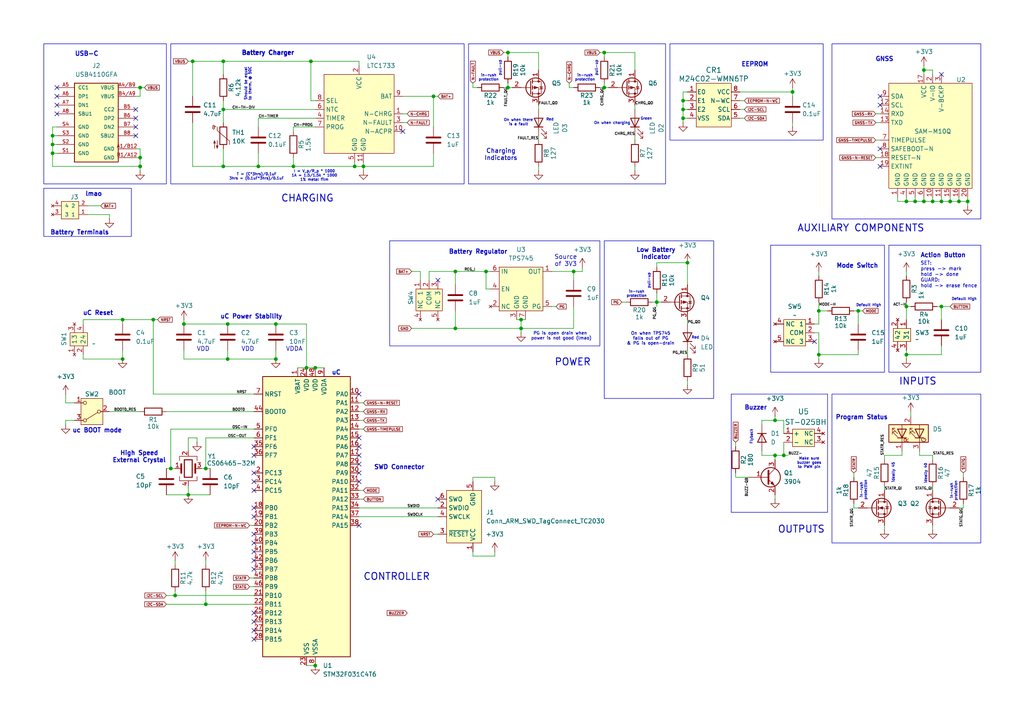
<source format=kicad_sch>
(kicad_sch (version 20231120) (generator "eeschema") (generator_version "8.0")
  (paper "A4")
  (junction (at 273.05 58.42))
  (junction (at 227.33 132.08))
  (junction (at 125.73 27.94))
  (junction (at 237.49 102.87))
  (junction (at 198.12 29.21))
  (junction (at 229.87 26.67))
  (junction (at 102.87 48.26))
  (junction (at 80.01 93.98))
  (junction (at 53.34 93.98))
  (junction (at 40.64 45.72))
  (junction (at 50.8 172.72))
  (junction (at 91.44 193.04))
  (junction (at 147.32 25.4))
  (junction (at 64.77 31.75))
  (junction (at 59.69 135.89))
  (junction (at 262.89 88.9))
  (junction (at 147.32 15.24))
  (junction (at 151.13 95.25))
  (junction (at 248.92 90.17))
  (junction (at 15.24 39.37))
  (junction (at 64.77 48.26))
  (junction (at 262.89 102.87))
  (junction (at 132.08 95.25))
  (junction (at 15.24 44.45))
  (junction (at 265.43 58.42))
  (junction (at 64.77 17.78))
  (junction (at 224.79 121.92))
  (junction (at 278.13 58.42))
  (junction (at 199.39 76.2))
  (junction (at 15.24 41.91))
  (junction (at 237.49 90.17))
  (junction (at 80.01 104.14))
  (junction (at 49.53 135.89))
  (junction (at 35.56 92.71))
  (junction (at 198.12 34.29))
  (junction (at 35.56 104.14))
  (junction (at 262.89 58.42))
  (junction (at 280.67 58.42))
  (junction (at 105.41 48.26))
  (junction (at 140.97 78.74))
  (junction (at 267.97 20.32))
  (junction (at 166.37 78.74))
  (junction (at 85.09 48.26))
  (junction (at 66.04 104.14))
  (junction (at 175.26 25.4))
  (junction (at 40.64 25.4))
  (junction (at 190.5 87.63))
  (junction (at 198.12 31.75))
  (junction (at 44.45 92.71))
  (junction (at 267.97 58.42))
  (junction (at 270.51 58.42))
  (junction (at 74.93 48.26))
  (junction (at 275.59 58.42))
  (junction (at 66.04 93.98))
  (junction (at 151.13 92.71))
  (junction (at 91.44 106.68))
  (junction (at 224.79 132.08))
  (junction (at 54.61 143.51))
  (junction (at 132.08 78.74))
  (junction (at 88.9 106.68))
  (junction (at 55.88 17.78))
  (junction (at 40.64 48.26))
  (junction (at 59.69 175.26))
  (junction (at 273.05 88.9))
  (junction (at 175.26 15.24))
  (junction (at 90.17 17.78))
  (no_connect (at 39.37 31.75))
  (no_connect (at 16.51 33.02))
  (no_connect (at 39.37 36.83))
  (no_connect (at 255.27 48.26))
  (no_connect (at 73.66 160.02))
  (no_connect (at 255.27 43.18))
  (no_connect (at 116.84 38.1))
  (no_connect (at 73.66 137.16))
  (no_connect (at 39.37 39.37))
  (no_connect (at 73.66 165.1))
  (no_connect (at 127 81.28))
  (no_connect (at 73.66 132.08))
  (no_connect (at 16.51 30.48))
  (no_connect (at 16.51 25.4))
  (no_connect (at 104.14 114.3))
  (no_connect (at 73.66 162.56))
  (no_connect (at 73.66 180.34))
  (no_connect (at 104.14 132.08))
  (no_connect (at 73.66 129.54))
  (no_connect (at 73.66 154.94))
  (no_connect (at 255.27 27.94))
  (no_connect (at 127 144.78))
  (no_connect (at 73.66 149.86))
  (no_connect (at 73.66 139.7))
  (no_connect (at 104.14 129.54))
  (no_connect (at 73.66 185.42))
  (no_connect (at 273.05 21.59))
  (no_connect (at 104.14 134.62))
  (no_connect (at 16.51 27.94))
  (no_connect (at 39.37 34.29))
  (no_connect (at 73.66 142.24))
  (no_connect (at 73.66 147.32))
  (no_connect (at 104.14 152.4))
  (no_connect (at 73.66 177.8))
  (no_connect (at 73.66 182.88))
  (no_connect (at 255.27 30.48))
  (no_connect (at 104.14 139.7))
  (no_connect (at 104.14 127))
  (no_connect (at 73.66 157.48))
  (no_connect (at 104.14 137.16))
  (no_connect (at 236.22 99.06))
  (wire (pts (xy 248.92 102.87) (xy 248.92 101.6)))
  (wire (pts (xy 59.69 127) (xy 59.69 135.89)))
  (wire (pts (xy 104.14 119.38) (xy 105.41 119.38)))
  (wire (pts (xy 166.37 78.74) (xy 166.37 81.28)))
  (wire (pts (xy 53.34 93.98) (xy 66.04 93.98)))
  (wire (pts (xy 146.05 25.4) (xy 147.32 25.4)))
  (wire (pts (xy 270.51 58.42) (xy 267.97 58.42)))
  (wire (pts (xy 267.97 20.32) (xy 267.97 21.59)))
  (wire (pts (xy 184.15 49.53) (xy 184.15 48.26)))
  (wire (pts (xy 104.14 147.32) (xy 127 147.32)))
  (wire (pts (xy 220.98 132.08) (xy 220.98 130.81)))
  (wire (pts (xy 55.88 17.78) (xy 64.77 17.78)))
  (wire (pts (xy 85.09 48.26) (xy 102.87 48.26)))
  (wire (pts (xy 19.05 116.84) (xy 19.05 114.3)))
  (wire (pts (xy 72.39 167.64) (xy 73.66 167.64)))
  (wire (pts (xy 175.26 15.24) (xy 175.26 16.51)))
  (wire (pts (xy 165.1 25.4) (xy 166.37 25.4)))
  (wire (pts (xy 119.38 78.74) (xy 121.92 78.74)))
  (wire (pts (xy 280.67 58.42) (xy 280.67 59.69)))
  (wire (pts (xy 264.16 119.38) (xy 264.16 120.65)))
  (wire (pts (xy 15.24 41.91) (xy 16.51 41.91)))
  (wire (pts (xy 166.37 88.9) (xy 166.37 95.25)))
  (wire (pts (xy 254 33.02) (xy 255.27 33.02)))
  (wire (pts (xy 248.92 102.87) (xy 237.49 102.87)))
  (wire (pts (xy 199.39 26.67) (xy 198.12 26.67)))
  (wire (pts (xy 247.65 146.05) (xy 247.65 147.32)))
  (wire (pts (xy 199.39 101.6) (xy 199.39 102.87)))
  (wire (pts (xy 224.79 143.51) (xy 224.79 144.78)))
  (wire (pts (xy 55.88 17.78) (xy 55.88 27.94)))
  (wire (pts (xy 137.16 139.7) (xy 137.16 138.43)))
  (wire (pts (xy 24.13 102.87) (xy 24.13 104.14)))
  (wire (pts (xy 102.87 46.99) (xy 102.87 48.26)))
  (wire (pts (xy 190.5 87.63) (xy 189.23 87.63)))
  (wire (pts (xy 248.92 90.17) (xy 248.92 93.98)))
  (wire (pts (xy 151.13 95.25) (xy 166.37 95.25)))
  (wire (pts (xy 35.56 92.71) (xy 35.56 93.98)))
  (wire (pts (xy 199.39 110.49) (xy 199.39 111.76)))
  (wire (pts (xy 199.39 76.2) (xy 199.39 82.55)))
  (wire (pts (xy 90.17 29.21) (xy 91.44 29.21)))
  (wire (pts (xy 55.88 48.26) (xy 64.77 48.26)))
  (wire (pts (xy 54.61 127) (xy 54.61 130.81)))
  (wire (pts (xy 260.35 57.15) (xy 260.35 58.42)))
  (wire (pts (xy 74.93 34.29) (xy 91.44 34.29)))
  (wire (pts (xy 156.21 15.24) (xy 147.32 15.24)))
  (wire (pts (xy 39.37 43.18) (xy 40.64 43.18)))
  (wire (pts (xy 49.53 124.46) (xy 73.66 124.46)))
  (wire (pts (xy 15.24 41.91) (xy 15.24 44.45)))
  (wire (pts (xy 273.05 102.87) (xy 262.89 102.87)))
  (wire (pts (xy 24.13 104.14) (xy 35.56 104.14)))
  (wire (pts (xy 39.37 25.4) (xy 40.64 25.4)))
  (wire (pts (xy 74.93 48.26) (xy 85.09 48.26)))
  (wire (pts (xy 74.93 34.29) (xy 74.93 36.83)))
  (wire (pts (xy 156.21 20.32) (xy 156.21 15.24)))
  (wire (pts (xy 156.21 48.26) (xy 156.21 49.53)))
  (wire (pts (xy 190.5 87.63) (xy 191.77 87.63)))
  (wire (pts (xy 57.15 127) (xy 54.61 127)))
  (wire (pts (xy 66.04 93.98) (xy 80.01 93.98)))
  (wire (pts (xy 53.34 101.6) (xy 53.34 104.14)))
  (wire (pts (xy 24.13 92.71) (xy 35.56 92.71)))
  (wire (pts (xy 175.26 15.24) (xy 173.99 15.24)))
  (wire (pts (xy 116.84 27.94) (xy 125.73 27.94)))
  (wire (pts (xy 35.56 101.6) (xy 35.56 104.14)))
  (wire (pts (xy 256.54 142.24) (xy 256.54 140.97)))
  (wire (pts (xy 273.05 88.9) (xy 275.59 88.9)))
  (wire (pts (xy 184.15 15.24) (xy 175.26 15.24)))
  (wire (pts (xy 59.69 135.89) (xy 60.96 135.89)))
  (wire (pts (xy 104.14 149.86) (xy 127 149.86)))
  (wire (pts (xy 39.37 45.72) (xy 40.64 45.72)))
  (wire (pts (xy 16.51 36.83) (xy 15.24 36.83)))
  (wire (pts (xy 91.44 36.83) (xy 85.09 36.83)))
  (wire (pts (xy 104.14 124.46) (xy 105.41 124.46)))
  (wire (pts (xy 15.24 39.37) (xy 16.51 39.37)))
  (wire (pts (xy 267.97 20.32) (xy 270.51 20.32)))
  (wire (pts (xy 105.41 48.26) (xy 102.87 48.26)))
  (wire (pts (xy 137.16 24.13) (xy 137.16 25.4)))
  (wire (pts (xy 278.13 58.42) (xy 275.59 58.42)))
  (wire (pts (xy 15.24 39.37) (xy 15.24 41.91)))
  (wire (pts (xy 270.51 132.08) (xy 266.7 132.08)))
  (wire (pts (xy 140.97 78.74) (xy 140.97 83.82)))
  (wire (pts (xy 40.64 48.26) (xy 40.64 49.53)))
  (wire (pts (xy 156.21 30.48) (xy 156.21 31.75)))
  (wire (pts (xy 48.26 143.51) (xy 54.61 143.51)))
  (wire (pts (xy 119.38 95.25) (xy 132.08 95.25)))
  (wire (pts (xy 149.86 92.71) (xy 151.13 92.71)))
  (wire (pts (xy 31.75 62.23) (xy 31.75 63.5)))
  (wire (pts (xy 57.15 128.27) (xy 57.15 127)))
  (wire (pts (xy 143.51 161.29) (xy 137.16 161.29)))
  (wire (pts (xy 256.54 132.08) (xy 261.62 132.08)))
  (wire (pts (xy 59.69 127) (xy 73.66 127)))
  (wire (pts (xy 91.44 106.68) (xy 93.98 106.68)))
  (wire (pts (xy 15.24 44.45) (xy 16.51 44.45)))
  (wire (pts (xy 280.67 58.42) (xy 278.13 58.42)))
  (wire (pts (xy 48.26 135.89) (xy 49.53 135.89)))
  (wire (pts (xy 213.36 128.27) (xy 213.36 129.54)))
  (wire (pts (xy 273.05 57.15) (xy 273.05 58.42)))
  (wire (pts (xy 85.09 36.83) (xy 85.09 38.1)))
  (wire (pts (xy 220.98 132.08) (xy 224.79 132.08)))
  (wire (pts (xy 72.39 152.4) (xy 73.66 152.4)))
  (wire (pts (xy 279.4 147.32) (xy 278.13 147.32)))
  (wire (pts (xy 271.78 88.9) (xy 273.05 88.9)))
  (wire (pts (xy 199.39 29.21) (xy 198.12 29.21)))
  (wire (pts (xy 25.4 59.69) (xy 29.21 59.69)))
  (wire (pts (xy 190.5 77.47) (xy 190.5 76.2)))
  (wire (pts (xy 66.04 104.14) (xy 80.01 104.14)))
  (wire (pts (xy 104.14 116.84) (xy 105.41 116.84)))
  (wire (pts (xy 237.49 90.17) (xy 237.49 93.98)))
  (wire (pts (xy 40.64 43.18) (xy 40.64 45.72)))
  (wire (pts (xy 227.33 128.27) (xy 227.33 132.08)))
  (wire (pts (xy 64.77 29.21) (xy 64.77 31.75)))
  (wire (pts (xy 220.98 121.92) (xy 224.79 121.92)))
  (wire (pts (xy 137.16 138.43) (xy 143.51 138.43)))
  (wire (pts (xy 184.15 40.64) (xy 184.15 39.37)))
  (wire (pts (xy 266.7 132.08) (xy 266.7 130.81)))
  (wire (pts (xy 198.12 31.75) (xy 198.12 34.29)))
  (wire (pts (xy 54.61 143.51) (xy 60.96 143.51)))
  (wire (pts (xy 262.89 88.9) (xy 262.89 92.71)))
  (wire (pts (xy 125.73 44.45) (xy 125.73 48.26)))
  (wire (pts (xy 270.51 57.15) (xy 270.51 58.42)))
  (wire (pts (xy 72.39 170.18) (xy 73.66 170.18)))
  (wire (pts (xy 50.8 162.56) (xy 50.8 163.83)))
  (wire (pts (xy 143.51 160.02) (xy 143.51 161.29)))
  (wire (pts (xy 160.02 78.74) (xy 166.37 78.74)))
  (wire (pts (xy 53.34 92.71) (xy 53.34 93.98)))
  (wire (pts (xy 213.36 138.43) (xy 213.36 137.16)))
  (wire (pts (xy 254 35.56) (xy 255.27 35.56)))
  (wire (pts (xy 267.97 20.32) (xy 267.97 19.05)))
  (wire (pts (xy 270.51 133.35) (xy 270.51 132.08)))
  (wire (pts (xy 280.67 57.15) (xy 280.67 58.42)))
  (wire (pts (xy 190.5 76.2) (xy 199.39 76.2)))
  (wire (pts (xy 151.13 92.71) (xy 152.4 92.71)))
  (wire (pts (xy 265.43 58.42) (xy 262.89 58.42)))
  (wire (pts (xy 86.36 106.68) (xy 88.9 106.68)))
  (wire (pts (xy 214.63 26.67) (xy 229.87 26.67)))
  (wire (pts (xy 59.69 175.26) (xy 73.66 175.26)))
  (wire (pts (xy 227.33 121.92) (xy 227.33 125.73)))
  (wire (pts (xy 256.54 133.35) (xy 256.54 132.08)))
  (wire (pts (xy 198.12 35.56) (xy 198.12 34.29)))
  (wire (pts (xy 91.44 31.75) (xy 64.77 31.75)))
  (wire (pts (xy 121.92 78.74) (xy 121.92 81.28)))
  (wire (pts (xy 224.79 132.08) (xy 224.79 133.35)))
  (wire (pts (xy 227.33 132.08) (xy 228.6 132.08)))
  (wire (pts (xy 39.37 27.94) (xy 40.64 27.94)))
  (wire (pts (xy 88.9 93.98) (xy 88.9 106.68)))
  (wire (pts (xy 40.64 48.26) (xy 40.64 45.72)))
  (wire (pts (xy 24.13 92.71) (xy 24.13 93.98)))
  (wire (pts (xy 124.46 78.74) (xy 132.08 78.74)))
  (wire (pts (xy 214.63 34.29) (xy 215.9 34.29)))
  (wire (pts (xy 237.49 102.87) (xy 237.49 104.14)))
  (wire (pts (xy 175.26 25.4) (xy 175.26 24.13)))
  (wire (pts (xy 168.91 78.74) (xy 166.37 78.74)))
  (wire (pts (xy 125.73 27.94) (xy 125.73 36.83)))
  (wire (pts (xy 45.72 92.71) (xy 44.45 92.71)))
  (wire (pts (xy 137.16 161.29) (xy 137.16 160.02)))
  (wire (pts (xy 213.36 138.43) (xy 217.17 138.43)))
  (wire (pts (xy 48.26 119.38) (xy 73.66 119.38)))
  (wire (pts (xy 88.9 106.68) (xy 91.44 106.68)))
  (wire (pts (xy 50.8 171.45) (xy 50.8 172.72)))
  (wire (pts (xy 237.49 93.98) (xy 236.22 93.98)))
  (wire (pts (xy 275.59 58.42) (xy 273.05 58.42)))
  (wire (pts (xy 190.5 85.09) (xy 190.5 87.63)))
  (wire (pts (xy 49.53 135.89) (xy 50.8 135.89)))
  (wire (pts (xy 262.89 102.87) (xy 262.89 104.14)))
  (wire (pts (xy 48.26 175.26) (xy 59.69 175.26)))
  (wire (pts (xy 40.64 25.4) (xy 40.64 27.94)))
  (wire (pts (xy 273.05 88.9) (xy 273.05 92.71)))
  (wire (pts (xy 262.89 78.74) (xy 262.89 80.01)))
  (wire (pts (xy 35.56 92.71) (xy 44.45 92.71)))
  (wire (pts (xy 198.12 29.21) (xy 198.12 31.75)))
  (wire (pts (xy 50.8 172.72) (xy 73.66 172.72)))
  (wire (pts (xy 15.24 48.26) (xy 40.64 48.26)))
  (wire (pts (xy 229.87 25.4) (xy 229.87 26.67)))
  (wire (pts (xy 140.97 78.74) (xy 142.24 78.74)))
  (wire (pts (xy 64.77 17.78) (xy 90.17 17.78)))
  (wire (pts (xy 64.77 48.26) (xy 74.93 48.26)))
  (wire (pts (xy 143.51 138.43) (xy 143.51 139.7)))
  (wire (pts (xy 247.65 147.32) (xy 248.92 147.32)))
  (wire (pts (xy 132.08 78.74) (xy 132.08 82.55)))
  (wire (pts (xy 270.51 152.4) (xy 270.51 153.67)))
  (wire (pts (xy 53.34 104.14) (xy 66.04 104.14)))
  (wire (pts (xy 54.61 17.78) (xy 55.88 17.78)))
  (wire (pts (xy 74.93 44.45) (xy 74.93 48.26)))
  (wire (pts (xy 265.43 57.15) (xy 265.43 58.42)))
  (wire (pts (xy 198.12 34.29) (xy 199.39 34.29)))
  (wire (pts (xy 180.34 87.63) (xy 181.61 87.63)))
  (wire (pts (xy 140.97 83.82) (xy 142.24 83.82)))
  (wire (pts (xy 31.75 119.38) (xy 40.64 119.38)))
  (wire (pts (xy 224.79 120.65) (xy 224.79 121.92)))
  (wire (pts (xy 25.4 62.23) (xy 31.75 62.23)))
  (wire (pts (xy 15.24 36.83) (xy 15.24 39.37)))
  (wire (pts (xy 59.69 171.45) (xy 59.69 175.26)))
  (wire (pts (xy 44.45 114.3) (xy 73.66 114.3)))
  (wire (pts (xy 270.51 140.97) (xy 270.51 142.24)))
  (wire (pts (xy 125.73 154.94) (xy 127 154.94)))
  (wire (pts (xy 132.08 95.25) (xy 151.13 95.25)))
  (wire (pts (xy 236.22 96.52) (xy 237.49 96.52)))
  (wire (pts (xy 199.39 31.75) (xy 198.12 31.75)))
  (wire (pts (xy 160.02 88.9) (xy 161.29 88.9)))
  (wire (pts (xy 237.49 87.63) (xy 237.49 90.17)))
  (wire (pts (xy 260.35 58.42) (xy 262.89 58.42)))
  (wire (pts (xy 116.84 33.02) (xy 118.11 33.02)))
  (wire (pts (xy 190.5 88.9) (xy 190.5 87.63)))
  (wire (pts (xy 237.49 96.52) (xy 237.49 102.87)))
  (wire (pts (xy 184.15 20.32) (xy 184.15 15.24)))
  (wire (pts (xy 256.54 152.4) (xy 256.54 153.67)))
  (wire (pts (xy 254 45.72) (xy 255.27 45.72)))
  (wire (pts (xy 104.14 121.92) (xy 105.41 121.92)))
  (wire (pts (xy 85.09 45.72) (xy 85.09 48.26)))
  (wire (pts (xy 132.08 78.74) (xy 140.97 78.74)))
  (wire (pts (xy 124.46 81.28) (xy 124.46 78.74)))
  (wire (pts (xy 247.65 137.16) (xy 247.65 138.43)))
  (wire (pts (xy 15.24 44.45) (xy 15.24 48.26)))
  (wire (pts (xy 151.13 95.25) (xy 151.13 96.52)))
  (wire (pts (xy 80.01 93.98) (xy 88.9 93.98)))
  (wire (pts (xy 49.53 124.46) (xy 49.53 135.89)))
  (wire (pts (xy 55.88 35.56) (xy 55.88 48.26)))
  (wire (pts (xy 273.05 100.33) (xy 273.05 102.87)))
  (wire (pts (xy 64.77 43.18) (xy 64.77 48.26)))
  (wire (pts (xy 132.08 90.17) (xy 132.08 95.25)))
  (wire (pts (xy 267.97 57.15) (xy 267.97 58.42)))
  (wire (pts (xy 21.59 116.84) (xy 19.05 116.84)))
  (wire (pts (xy 48.26 172.72) (xy 50.8 172.72)))
  (wire (pts (xy 58.42 135.89) (xy 59.69 135.89)))
  (wire (pts (xy 229.87 35.56) (xy 229.87 36.83)))
  (wire (pts (xy 262.89 101.6) (xy 262.89 102.87)))
  (wire (pts (xy 262.89 57.15) (xy 262.89 58.42)))
  (wire (pts (xy 104.14 142.24) (xy 105.41 142.24)))
  (wire (pts (xy 214.63 31.75) (xy 215.9 31.75)))
  (wire (pts (xy 262.89 87.63) (xy 262.89 88.9)))
  (wire (pts (xy 104.14 17.78) (xy 104.14 19.05)))
  (wire (pts (xy 278.13 57.15) (xy 278.13 58.42)))
  (wire (pts (xy 151.13 92.71) (xy 151.13 95.25)))
  (wire (pts (xy 261.62 132.08) (xy 261.62 130.81)))
  (wire (pts (xy 44.45 92.71) (xy 44.45 114.3)))
  (wire (pts (xy 229.87 26.67) (xy 229.87 27.94)))
  (wire (pts (xy 21.59 121.92) (xy 19.05 121.92)))
  (wire (pts (xy 146.05 15.24) (xy 147.32 15.24)))
  (wire (pts (xy 116.84 35.56) (xy 118.11 35.56)))
  (wire (pts (xy 175.26 25.4) (xy 176.53 25.4)))
  (wire (pts (xy 147.32 25.4) (xy 148.59 25.4)))
  (wire (pts (xy 105.41 48.26) (xy 125.73 48.26)))
  (wire (pts (xy 80.01 101.6) (xy 80.01 104.14)))
  (wire (pts (xy 224.79 121.92) (xy 227.33 121.92)))
  (wire (pts (xy 64.77 17.78) (xy 64.77 21.59)))
  (wire (pts (xy 270.51 21.59) (xy 270.51 20.32)))
  (wire (pts (xy 198.12 26.67) (xy 198.12 29.21)))
  (wire (pts (xy 105.41 46.99) (xy 105.41 48.26)))
  (wire (pts (xy 254 40.64) (xy 255.27 40.64)))
  (wire (pts (xy 247.65 90.17) (xy 248.92 90.17)))
  (wire (pts (xy 125.73 27.94) (xy 127 27.94)))
  (wire (pts (xy 262.89 88.9) (xy 264.16 88.9)))
  (wire (pts (xy 88.9 193.04) (xy 91.44 193.04)))
  (wire (pts (xy 220.98 121.92) (xy 220.98 123.19)))
  (wire (pts (xy 237.49 78.74) (xy 237.49 80.01)))
  (wire (pts (xy 173.99 25.4) (xy 175.26 25.4)))
  (wire (pts (xy 104.14 144.78) (xy 105.41 144.78)))
  (wire (pts (xy 90.17 17.78) (xy 104.14 17.78)))
  (wire (pts (xy 248.92 90.17) (xy 250.19 90.17)))
  (wire (pts (xy 19.05 121.92) (xy 19.05 123.19)))
  (wire (pts (xy 156.21 39.37) (xy 156.21 40.64)))
  (wire (pts (xy 64.77 31.75) (xy 64.77 35.56)))
  (wire (pts (xy 267.97 58.42) (xy 265.43 58.42)))
  (wire (pts (xy 40.64 25.4) (xy 41.91 25.4)))
  (wire (pts (xy 199.39 92.71) (xy 199.39 93.98)))
  (wire (pts (xy 137.16 25.4) (xy 138.43 25.4)))
  (wire (pts (xy 147.32 15.24) (xy 147.32 16.51)))
  (wire (pts (xy 165.1 24.13) (xy 165.1 25.4)))
  (wire (pts (xy 54.61 140.97) (xy 54.61 143.51)))
  (wire (pts (xy 279.4 137.16) (xy 279.4 138.43)))
  (wire (pts (xy 184.15 31.75) (xy 184.15 30.48)))
  (wire (pts (xy 66.04 101.6) (xy 66.04 104.14)))
  (wire (pts (xy 147.32 24.13) (xy 147.32 25.4)))
  (wire (pts (xy 279.4 146.05) (xy 279.4 147.32)))
  (wire (pts (xy 275.59 57.15) (xy 275.59 58.42)))
  (wire (pts (xy 214.63 29.21) (xy 215.9 29.21)))
  (wire (pts (xy 90.17 17.78) (xy 90.17 29.21)))
  (wire (pts (xy 105.41 48.26) (xy 105.41 49.53)))
  (wire (pts (xy 224.79 132.08) (xy 227.33 132.08)))
  (wire (pts (xy 273.05 58.42) (xy 270.51 58.42)))
  (wire (pts (xy 168.91 77.47) (xy 168.91 78.74)))
  (wire (pts (xy 59.69 162.56) (xy 59.69 163.83)))
  (wire (pts (xy 240.03 90.17) (xy 237.49 90.17)))
  (rectangle (start 175.26 69.85) (end 207.01 115.57))
  (rectangle (start 223.52 71.12) (end 256.54 107.95))
  (rectangle (start 241.3 114.3) (end 284.48 157.48))
  (rectangle (start 194.31 12.7) (end 238.76 40.64))
  (rectangle (start 241.3 12.7) (end 284.48 63.5))
  (rectangle (start 257.81 71.12) (end 284.48 107.95))
  (rectangle (start 12.7 54.61) (end 38.1 68.58))
  (rectangle (start 113.03 69.85) (end 173.99 100.33))
  (rectangle (start 212.09 114.3) (end 240.03 148.59))
  (rectangle (start 12.7 12.7) (end 48.26 53.34))
  (rectangle (start 135.89 12.7) (end 193.04 53.34))
  (rectangle (start 49.53 12.7) (end 134.62 53.34))
  (text "Green" (at 187.452 34.544 0) (effects (font (size 0.762 0.762))))
  (text "ideally 40" (at 268.478 137.414 90) (effects (font (size 0.762 0.762))))
  (text "Default High" (at 279.654 86.868 0) (effects (font (size 0.762 0.762))))
  (text "uc BOOT mode" (at 28.194 124.968 0) (effects (font (size 1.27 1.27) (bold yes))))
  (text "SET:\npress -> mark\nhold -> done\nGUARD:\nhold -> erase fence" (at 266.954 79.756 0) (effects (font (size 1.016 1.016)) (justify left)))
  (text "Should be equal\nto therm. @ 50C" (at 71.882 24.384 90) (effects (font (size 0.762 0.762))))
  (text "uC" (at 97.536 108.204 0) (effects (font (size 1.27 1.27) (bold yes))))
  (text "Red" (at 159.512 34.798 0) (effects (font (size 0.762 0.762))))
  (text "pull-up" (at 188.214 81.534 90) (effects (font (size 0.762 0.762))))
  (text "in-rush\nprotection" (at 141.732 22.606 0) (effects (font (size 0.762 0.762))))
  (text "Battery Terminals" (at 23.114 67.564 0) (effects (font (size 1.27 1.27) (thickness 0.254) (bold yes))))
  (text "in-rush\nprotection" (at 184.658 85.344 0) (effects (font (size 0.762 0.762))))
  (text "OUTPUTS" (at 232.41 153.67 0) (effects (font (size 2.032 2.032) (thickness 0.254) (bold yes))))
  (text "On when TPS745\nfalls out of PG\n& PG is open-drain" (at 188.722 98.298 0) (effects (font (size 0.889 0.889))))
  (text "INPUTS" (at 266.192 110.744 0) (effects (font (size 2.032 2.032) (thickness 0.254) (bold yes))))
  (text "AUXILIARY COMPONENTS" (at 249.682 66.294 0) (effects (font (size 2.032 2.032) (thickness 0.254) (bold yes))))
  (text "USB-C" (at 25.146 15.748 0) (effects (font (size 1.27 1.27) (thickness 0.254) (bold yes))))
  (text "uC Reset" (at 28.448 90.932 0) (effects (font (size 1.27 1.27) (bold yes))))
  (text "Buzzer" (at 219.202 118.364 0) (effects (font (size 1.27 1.27) (bold yes))))
  (text "CHARGING" (at 89.154 57.658 0) (effects (font (size 2.032 2.032) (thickness 0.254) (bold yes))))
  (text "On when there\nis a fault" (at 150.368 35.56 0) (effects (font (size 0.762 0.762))))
  (text "VDD" (at 71.882 101.346 0) (effects (font (size 1.27 1.27))))
  (text "CONTROLLER" (at 115.062 167.386 0) (effects (font (size 2.032 2.032) (thickness 0.254) (bold yes))))
  (text "in-rush\nprotection" (at 250.444 142.24 90) (effects (font (size 0.762 0.762))))
  (text "Default High" (at 251.968 88.646 0) (effects (font (size 0.762 0.762))))
  (text "Mode Switch" (at 248.666 77.216 0) (effects (font (size 1.27 1.27) (bold yes))))
  (text "in-rush\nprotection" (at 276.606 142.494 90) (effects (font (size 0.762 0.762))))
  (text "Flyback" (at 217.932 126.746 90) (effects (font (size 0.762 0.762))))
  (text "T = (C*3hrs)/0.1uF\n3hrs = (0.1uF*3hrs)/0.1uF" (at 74.422 51.308 0) (effects (font (size 0.762 0.762))))
  (text "pull-up" (at 172.974 19.812 90) (effects (font (size 0.762 0.762))))
  (text "Low Battery\nIndicator" (at 190.246 73.66 0) (effects (font (size 1.27 1.27) (thickness 0.254) (bold yes))))
  (text "Program Status" (at 249.936 121.158 0) (effects (font (size 1.27 1.27) (bold yes))))
  (text "VDD" (at 58.928 101.346 0) (effects (font (size 1.27 1.27))))
  (text "pull-up" (at 145.034 19.812 90) (effects (font (size 0.762 0.762))))
  (text "Red" (at 201.676 98.044 0) (effects (font (size 0.762 0.762))))
  (text "lmao" (at 27.178 56.388 0) (effects (font (size 1.27 1.27) (thickness 0.254) (bold yes))))
  (text "POWER" (at 166.116 105.156 0) (effects (font (size 2.032 2.032) (thickness 0.254) (bold yes))))
  (text "Source\nof 3V3" (at 164.084 75.692 0) (effects (font (size 1.27 1.27))))
  (text "ideally 45" (at 259.08 137.16 90) (effects (font (size 0.762 0.762))))
  (text "in-rush\nprotection" (at 169.672 22.606 0) (effects (font (size 0.762 0.762))))
  (text "On when charging" (at 177.546 35.814 0) (effects (font (size 0.762 0.762))))
  (text "VDDA" (at 85.344 101.346 0) (effects (font (size 1.27 1.27))))
  (text "Make sure\nbuzzer goes\nto PWM pin" (at 234.696 134.366 0) (effects (font (size 0.762 0.762))))
  (text "Battery Regulator" (at 138.684 73.152 0) (effects (font (size 1.27 1.27) (thickness 0.254) (bold yes))))
  (text "I = V_p/R_p * 1000\n1A = 1.5/1.5k * 1000\n1% metal film" (at 91.186 51.054 0) (effects (font (size 0.762 0.762))))
  (text "uC Power Stability" (at 72.898 91.948 0) (effects (font (size 1.27 1.27) (bold yes))))
  (text "Battery Charger" (at 77.724 15.494 0) (effects (font (size 1.27 1.27) (thickness 0.3048) (bold yes))))
  (text "EEPROM" (at 218.948 18.796 0) (effects (font (size 1.27 1.27) (thickness 0.254) (bold yes))))
  (text "Charging\nIndicators" (at 145.288 44.958 0) (effects (font (size 1.27 1.27) (thickness 0.2032) (bold yes))))
  (text "GNSS" (at 256.54 17.272 0) (effects (font (size 1.27 1.27) (thickness 0.254) (bold yes))))
  (text "SWD Connector" (at 115.824 135.636 0) (effects (font (size 1.27 1.27) (bold yes))))
  (text "PG is open drain when \npower is not good (lmao)" (at 162.814 97.536 0) (effects (font (size 0.889 0.889))))
  (text "High Speed\nExternal Crystal" (at 40.386 132.588 0) (effects (font (size 1.27 1.27) (bold yes))))
  (text "Action Button" (at 273.558 74.168 0) (effects (font (size 1.27 1.27) (bold yes))))
  (label "CH-PROG" (at 85.09 36.83 0) (effects (font (size 0.75 0.75))))
  (label "NRST" (at 68.58 114.3 0) (effects (font (size 0.75 0.75))))
  (label "FAULT_QG" (at 147.32 25.4 270) (effects (font (size 0.75 0.75))))
  (label "SWDIO" (at 118.11 147.32 0) (effects (font (size 0.75 0.75))))
  (label "OSC-IN" (at 67.31 124.46 0) (effects (font (size 0.75 0.75))))
  (label "CHRG_QG" (at 175.26 25.4 270) (effects (font (size 0.75 0.75))))
  (label "BUZZ-QB" (at 217.17 138.43 270) (effects (font (size 0.75 0.75))))
  (label "FAULT_RES" (at 156.21 40.64 180) (effects (font (size 0.75 0.75))))
  (label "REG_I" (at 134.62 78.74 0) (effects (font (size 0.75 0.75))))
  (label "CHRG_RES" (at 184.15 39.37 180) (effects (font (size 0.75 0.75))))
  (label "CH-TIMER" (at 74.93 34.29 0) (effects (font (size 0.75 0.75))))
  (label "STATR_QI" (at 256.54 142.24 0) (effects (font (size 0.75 0.75))))
  (label "CHRG_QO" (at 184.15 30.48 0) (effects (font (size 0.75 0.75))))
  (label "BOOT0_RES" (at 33.02 119.38 0) (effects (font (size 0.75 0.75))))
  (label "ACT-H" (at 262.89 88.9 180) (effects (font (size 0.75 0.75))))
  (label "STATG_QI" (at 270.51 142.24 180) (effects (font (size 0.75 0.75))))
  (label "STATR_QG" (at 247.65 147.32 270) (effects (font (size 0.75 0.75))))
  (label "PG_QO" (at 199.39 93.98 0) (effects (font (size 0.75 0.75))))
  (label "MODE-H" (at 237.49 88.9 0) (effects (font (size 0.75 0.75))))
  (label "FAULT_QO" (at 156.21 30.48 0) (effects (font (size 0.75 0.75))))
  (label "BUZZ-" (at 228.6 132.08 0) (effects (font (size 0.75 0.75))))
  (label "BOOT0" (at 67.31 119.38 0) (effects (font (size 0.75 0.75))))
  (label "CH-TH-DIV" (at 67.31 31.75 0) (effects (font (size 0.75 0.75))))
  (label "SWDCLK" (at 118.11 149.86 0) (effects (font (size 0.75 0.75))))
  (label "OSC-OUT" (at 66.04 127 0) (effects (font (size 0.75 0.75))))
  (label "STATG_RES" (at 270.51 132.08 0) (effects (font (size 0.75 0.75))))
  (label "STATR_RES" (at 256.54 132.08 90) (effects (font (size 0.75 0.75))))
  (label "STATG_QG" (at 279.4 147.32 270) (effects (font (size 0.75 0.75))))
  (label "PG_RES" (at 199.39 102.87 180) (effects (font (size 0.75 0.75))))
  (label "PG_QG" (at 190.5 88.9 270) (effects (font (size 0.75 0.75))))
  (global_label "GND" (shape input) (at 119.38 95.25 180) (effects (font (size 0.75 0.75))) (property "Intersheetrefs" "${INTERSHEET_REFS}" (effects (hide yes))))
  (global_label "MODE" (shape input) (at 105.41 142.24 0) (effects (font (size 0.75 0.75))) (property "Intersheetrefs" "${INTERSHEET_REFS}" (effects (hide yes))))
  (global_label "GNSS-RX" (shape input) (at 105.41 119.38 0) (effects (font (size 0.75 0.75))) (property "Intersheetrefs" "${INTERSHEET_REFS}" (effects (hide yes))))
  (global_label "STATG" (shape input) (at 279.4 137.16 90) (effects (font (size 0.75 0.75))) (property "Intersheetrefs" "${INTERSHEET_REFS}" (effects (hide yes))))
  (global_label "N-FAULT" (shape input) (at 137.16 24.13 90) (effects (font (size 0.75 0.75))) (property "Intersheetrefs" "${INTERSHEET_REFS}" (effects (hide yes))))
  (global_label "PG" (shape input) (at 161.29 88.9 0) (effects (font (size 0.75 0.75))) (property "Intersheetrefs" "${INTERSHEET_REFS}" (effects (hide yes))))
  (global_label "EEPROM-N-WC" (shape input) (at 72.39 152.4 180) (effects (font (size 0.75 0.75))) (property "Intersheetrefs" "${INTERSHEET_REFS}" (effects (hide yes))))
  (global_label "BUTTON" (shape input) (at 105.41 144.78 0) (effects (font (size 0.75 0.75))) (property "Intersheetrefs" "${INTERSHEET_REFS}" (effects (hide yes))))
  (global_label "I2C-SCL" (shape input) (at 48.26 172.72 180) (effects (font (size 0.75 0.75))) (property "Intersheetrefs" "${INTERSHEET_REFS}" (effects (hide yes))))
  (global_label "N-CHRG" (shape input) (at 118.11 33.02 0) (effects (font (size 0.75 0.75))) (property "Intersheetrefs" "${INTERSHEET_REFS}" (effects (hide yes))))
  (global_label "BUTTON" (shape input) (at 275.59 88.9 0) (effects (font (size 0.75 0.75))) (property "Intersheetrefs" "${INTERSHEET_REFS}" (effects (hide yes))))
  (global_label "PG" (shape input) (at 180.34 87.63 180) (effects (font (size 0.75 0.75))) (property "Intersheetrefs" "${INTERSHEET_REFS}" (effects (hide yes))))
  (global_label "BUZZER" (shape input) (at 213.36 128.27 90) (effects (font (size 0.75 0.75))) (property "Intersheetrefs" "${INTERSHEET_REFS}" (effects (hide yes))))
  (global_label "EEPROM-N-WC" (shape input) (at 215.9 29.21 0) (effects (font (size 0.75 0.75))) (property "Intersheetrefs" "${INTERSHEET_REFS}" (effects (hide yes))))
  (global_label "I2C-SCL" (shape input) (at 215.9 31.75 0) (effects (font (size 0.75 0.75))) (property "Intersheetrefs" "${INTERSHEET_REFS}" (effects (hide yes))))
  (global_label "BAT+" (shape input) (at 127 27.94 0) (effects (font (size 0.75 0.75))) (property "Intersheetrefs" "${INTERSHEET_REFS}" (effects (hide yes))))
  (global_label "GNSS-N-RESET" (shape input) (at 105.41 116.84 0) (effects (font (size 0.75 0.75))) (property "Intersheetrefs" "${INTERSHEET_REFS}" (effects (hide yes))))
  (global_label "BAT+" (shape input) (at 119.38 78.74 180) (effects (font (size 0.75 0.75))) (property "Intersheetrefs" "${INTERSHEET_REFS}" (effects (hide yes))))
  (global_label "VBUS" (shape input) (at 146.05 15.24 180) (effects (font (size 0.75 0.75))) (property "Intersheetrefs" "${INTERSHEET_REFS}" (effects (hide yes))))
  (global_label "BAT+" (shape input) (at 29.21 59.69 0) (effects (font (size 0.75 0.75))) (property "Intersheetrefs" "${INTERSHEET_REFS}" (effects (hide yes))))
  (global_label "STATG" (shape input) (at 72.39 170.18 180) (effects (font (size 0.75 0.75))) (property "Intersheetrefs" "${INTERSHEET_REFS}" (effects (hide yes))))
  (global_label "VBUS" (shape input) (at 173.99 15.24 180) (effects (font (size 0.75 0.75))) (property "Intersheetrefs" "${INTERSHEET_REFS}" (effects (hide yes))))
  (global_label "GNSS-TX" (shape input) (at 105.41 121.92 0) (effects (font (size 0.75 0.75))) (property "Intersheetrefs" "${INTERSHEET_REFS}" (effects (hide yes))))
  (global_label "MODE" (shape input) (at 250.19 90.17 0) (effects (font (size 0.75 0.75))) (property "Intersheetrefs" "${INTERSHEET_REFS}" (effects (hide yes))))
  (global_label "GNSS-RX" (shape input) (at 254 33.02 180) (effects (font (size 0.75 0.75))) (property "Intersheetrefs" "${INTERSHEET_REFS}" (effects (hide yes))))
  (global_label "BUZZER" (shape input) (at 118.11 177.8 180) (effects (font (size 0.75 0.75))) (property "Intersheetrefs" "${INTERSHEET_REFS}" (effects (hide yes))))
  (global_label "STATR" (shape input) (at 72.39 167.64 180) (effects (font (size 0.75 0.75))) (property "Intersheetrefs" "${INTERSHEET_REFS}" (effects (hide yes))))
  (global_label "VBUS" (shape input) (at 54.61 17.78 180) (effects (font (size 0.75 0.75))) (property "Intersheetrefs" "${INTERSHEET_REFS}" (effects (hide yes))))
  (global_label "GNSS-TIMEPULSE" (shape input) (at 105.41 124.46 0) (effects (font (size 0.75 0.75))) (property "Intersheetrefs" "${INTERSHEET_REFS}" (effects (hide yes))))
  (global_label "I2C-SDA" (shape input) (at 215.9 34.29 0) (effects (font (size 0.75 0.75))) (property "Intersheetrefs" "${INTERSHEET_REFS}" (effects (hide yes))))
  (global_label "NRST" (shape input) (at 125.73 154.94 180) (effects (font (size 0.75 0.75))) (property "Intersheetrefs" "${INTERSHEET_REFS}" (effects (hide yes))))
  (global_label "VBUS" (shape input) (at 41.91 25.4 0) (effects (font (size 0.75 0.75))) (property "Intersheetrefs" "${INTERSHEET_REFS}" (effects (hide yes))))
  (global_label "GNSS-TIMEPULSE" (shape input) (at 254 40.64 180) (effects (font (size 0.75 0.75))) (property "Intersheetrefs" "${INTERSHEET_REFS}" (effects (hide yes))))
  (global_label "I2C-SDA" (shape input) (at 48.26 175.26 180) (effects (font (size 0.75 0.75))) (property "Intersheetrefs" "${INTERSHEET_REFS}" (effects (hide yes))))
  (global_label "NRST" (shape input) (at 45.72 92.71 0) (effects (font (size 0.75 0.75))) (property "Intersheetrefs" "${INTERSHEET_REFS}" (effects (hide yes))))
  (global_label "N-FAULT" (shape input) (at 118.11 35.56 0) (effects (font (size 0.75 0.75))) (property "Intersheetrefs" "${INTERSHEET_REFS}" (effects (hide yes))))
  (global_label "GNSS-TX" (shape input) (at 254 35.56 180) (effects (font (size 0.75 0.75))) (property "Intersheetrefs" "${INTERSHEET_REFS}" (effects (hide yes))))
  (global_label "GNSS-N-RESET" (shape input) (at 254 45.72 180) (effects (font (size 0.75 0.75))) (property "Intersheetrefs" "${INTERSHEET_REFS}" (effects (hide yes))))
  (global_label "N-CHRG" (shape input) (at 165.1 24.13 90) (effects (font (size 0.75 0.75))) (property "Intersheetrefs" "${INTERSHEET_REFS}" (effects (hide yes))))
  (global_label "STATR" (shape input) (at 247.65 137.16 90) (effects (font (size 0.75 0.75))) (property "Intersheetrefs" "${INTERSHEET_REFS}" (effects (hide yes))))
  (symbol (lib_id "power:GND") (at 80.01 104.14 0) (unit 1)
    (property "Reference" "#PWR01" (effects (hide yes)))
    (property "Value" "GND" (effects (hide yes)))
    (property "Description" "Power symbol creates a global label with name \"GND\" , ground" (effects (hide yes)))
  )
  (symbol (lib_id "power:+3V3") (at 264.16 119.38 0) (unit 1)
    (property "Reference" "#PWR026" (effects (hide yes)))
    (property "Value" "+3V3" (at 264.16 115.316 0))
    (property "Description" "Power symbol creates a global label with name \"+3V3\"" (effects (hide yes)))
  )
  (symbol (lib_id "Device:R") (at 184.15 44.45 180) (unit 1)
    (property "Reference" "R7" (at 186.436 44.45 90))
    (property "Value" "127" (at 188.468 44.45 90))
    (property "Footprint" "MB-Generic:R0603_medium" (effects (hide yes)))
    (property "Description" "RC0603FR-07127RL" (effects (hide yes)))
    (property "Manufacturer PN" "RC0603FR-07127RL" (effects (hide yes)))
  )
  (symbol (lib_id "Device:R") (at 175.26 20.32 180) (unit 1)
    (property "Reference" "R21" (at 177.546 20.32 90))
    (property "Value" "10k" (at 179.578 20.32 90))
    (property "Footprint" "MB-Generic:R0603_medium" (effects (hide yes)))
    (property "Description" "RC0603FR-0710KL" (effects (hide yes)))
    (property "Manufacturer PN" "RC0603FR-0710KL" (effects (hide yes)))
  )
  (symbol (lib_id "Device:R") (at 142.24 25.4 90) (unit 1)
    (property "Reference" "R22" (at 142.24 27.686 90))
    (property "Value" "1k" (at 142.24 29.718 90))
    (property "Footprint" "MB-Generic:R0603_medium" (effects (hide yes)))
    (property "Description" "RC0603FR-071KL" (effects (hide yes)))
    (property "Manufacturer PN" "RC0603FR-071KL" (effects (hide yes)))
  )
  (symbol (lib_id "Device:R") (at 44.45 119.38 90) (unit 1)
    (property "Reference" "R1" (at 44.45 121.666 90))
    (property "Value" "10k" (at 44.45 123.698 90))
    (property "Footprint" "MB-Generic:R0603_medium" (effects (hide yes)))
    (property "Description" "RC0603FR-0710KL" (effects (hide yes)))
    (property "Manufacturer PN" "RC0603FR-0710KL" (effects (hide yes)))
  )
  (symbol (lib_id "Device:R") (at 213.36 133.35 180) (unit 1)
    (property "Reference" "R2" (at 215.646 133.35 90))
    (property "Value" "180" (at 217.678 133.35 90))
    (property "Footprint" "MB-Generic:R0603_medium" (effects (hide yes)))
    (property "Description" "RC0603FR-07180RL" (effects (hide yes)))
    (property "Manufacturer PN" "RC0603FR-07180RL" (effects (hide yes)))
  )
  (symbol (lib_id "Device:C") (at 166.37 85.09 0) (unit 1)
    (property "Reference" "C9" (at 170.18 83.8199 0) (effects (justify left)))
    (property "Value" "1uF" (at 170.18 86.3599 0) (effects (justify left)))
    (property "Footprint" "MB-Generic:C0805_medium" (effects (hide yes)))
    (property "Description" "C0805C105K8RACTU" (effects (hide yes)))
    (property "Manufacturer PN" "C0805C105K8RACTU" (effects (hide yes)))
  )
  (symbol (lib_id "power:GND") (at 270.51 153.67 0) (mirror y) (unit 1)
    (property "Reference" "#PWR028" (effects (hide yes)))
    (property "Value" "GND" (effects (hide yes)))
    (property "Description" "Power symbol creates a global label with name \"GND\" , ground" (effects (hide yes)))
  )
  (symbol (lib_id "power:+3V3") (at 199.39 76.2 0) (unit 1)
    (property "Reference" "#PWR030" (effects (hide yes)))
    (property "Value" "+3V3" (at 199.39 71.12 0))
    (property "Description" "Power symbol creates a global label with name \"+3V3\"" (effects (hide yes)))
  )
  (symbol (lib_id "Device:Crystal_GND24") (at 54.61 135.89 0) (unit 1)
    (property "Reference" "Y1" (at 61.468 132.334 0))
    (property "Value" "CS06465-32M" (at 67.056 134.366 0))
    (property "Footprint" "MB-Crystal:CS06465-32M" (effects (hide yes)))
    (property "Description" "CS06465-32M" (effects (hide yes)))
    (property "Manufacturer PN" "CS06465-32M" (effects (hide yes)))
  )
  (symbol (lib_id "Device:Q_PMOS_DGS") (at 196.85 87.63 0) (unit 1)
    (property "Reference" "Q4" (at 203.2 86.3599 0) (effects (justify left)))
    (property "Value" "DMP2004K-7" (effects (hide yes)))
    (property "Footprint" "MB-SOT:SOT-23-3" (effects (hide yes)))
    (property "Description" "DMP2004K-7" (effects (hide yes)))
    (property "Manufacturer PN" "DMP2004K-7" (effects (hide yes)))
  )
  (symbol (lib_id "Device:R") (at 256.54 137.16 0) (unit 1)
    (property "Reference" "R15" (at 254.254 137.16 90))
    (property "Value" "47" (at 252.222 137.16 90))
    (property "Footprint" "MB-Generic:R0603_medium" (effects (hide yes)))
    (property "Description" "RC0603FR-0747RL" (effects (hide yes)))
    (property "Manufacturer PN" "RC0603FR-0747RL" (effects (hide yes)))
  )
  (symbol (lib_id "Device:LED") (at 156.21 35.56 90) (unit 1)
    (property "Reference" "D3" (at 163.83 37.1475 0))
    (property "Value" "LED" (at 161.29 37.1475 0))
    (property "Footprint" "MB-Opto:Kingbright-APDA3020" (effects (hide yes)))
    (property "Description" "APDA3020LSECK-J3-PF" (effects (hide yes)))
    (property "Manufacturer PN" "APDA3020LSECK-J3-PF" (effects (hide yes)))
  )
  (symbol (lib_id "MB-Opto:APBDA3020SURKCGKC-GX") (at 264.16 125.73 90) (unit 1)
    (property "Reference" "D5" (at 270.51 124.4599 90) (effects (justify right)))
    (property "Value" "APBDA3020SURKCGKC-GX" (effects (hide yes)))
    (property "Footprint" "MB-Opto:Kingbright-APBDA3020" (effects (hide yes)))
    (property "Description" "APBDA3020SURKCGKC-GX" (effects (hide yes)))
    (property "Manufacturer PN" "APBDA3020SURKCGKC-GX" (effects (hide yes)))
  )
  (symbol (lib_id "Device:C") (at 66.04 97.79 0) (unit 1)
    (property "Reference" "C2" (at 69.85 96.5199 0) (effects (justify left)))
    (property "Value" "4.7uF" (at 69.85 99.0599 0) (effects (justify left)))
    (property "Footprint" "MB-Generic:C1206_medium" (effects (hide yes)))
    (property "Description" "C1206C475K8RACTU" (effects (hide yes)))
    (property "Manufacturer PN" "C1206C475K8RACTU" (effects (hide yes)))
  )
  (symbol (lib_id "power:+3V3") (at 224.79 120.65 0) (unit 1)
    (property "Reference" "#PWR012" (effects (hide yes)))
    (property "Value" "+3V3" (at 224.79 115.57 0))
    (property "Description" "Power symbol creates a global label with name \"+3V3\"" (effects (hide yes)))
  )
  (symbol (lib_id "power:GND") (at 256.54 153.67 0) (mirror y) (unit 1)
    (property "Reference" "#PWR027" (effects (hide yes)))
    (property "Value" "GND" (effects (hide yes)))
    (property "Description" "Power symbol creates a global label with name \"GND\" , ground" (effects (hide yes)))
  )
  (symbol (lib_id "power:GND") (at 54.61 143.51 0) (unit 1)
    (property "Reference" "#PWR06" (effects (hide yes)))
    (property "Value" "GND" (effects (hide yes)))
    (property "Description" "Power symbol creates a global label with name \"GND\" , ground" (effects (hide yes)))
  )
  (symbol (lib_id "Device:R") (at 237.49 83.82 180) (unit 1)
    (property "Reference" "R14" (at 239.776 83.82 90))
    (property "Value" "1k" (at 241.808 83.82 90))
    (property "Footprint" "MB-Generic:R0603_medium" (effects (hide yes)))
    (property "Description" "RC0603FR-071KL" (effects (hide yes)))
    (property "Manufacturer PN" "RC0603FR-071KL" (effects (hide yes)))
  )
  (symbol (lib_id "Device:R") (at 64.77 25.4 180) (unit 1)
    (property "Reference" "R6" (at 67.056 25.4 90))
    (property "Value" "4.12k" (at 69.088 25.4 90))
    (property "Footprint" "MB-Generic:R0603_medium" (effects (hide yes)))
    (property "Description" "RC0603FR-074K12L" (effects (hide yes)))
    (property "Manufacturer PN" "RC0603FR-074K12L" (effects (hide yes)))
  )
  (symbol (lib_id "Device:Q_PMOS_DGS") (at 181.61 25.4 0) (unit 1)
    (property "Reference" "Q6" (at 187.96 24.1299 0) (effects (justify left)))
    (property "Value" "DMP2004K-7" (effects (hide yes)))
    (property "Footprint" "MB-SOT:SOT-23-3" (effects (hide yes)))
    (property "Description" "DMP2004K-7" (effects (hide yes)))
    (property "Manufacturer PN" "DMP2004K-7" (effects (hide yes)))
  )
  (symbol (lib_id "Device:R") (at 199.39 106.68 180) (unit 1)
    (property "Reference" "R9" (at 201.676 106.68 90))
    (property "Value" "51" (at 203.708 106.68 90))
    (property "Footprint" "MB-Generic:R0603_medium" (effects (hide yes)))
    (property "Description" "RC0603FR-0751RL" (effects (hide yes)))
    (property "Manufacturer PN" "RC0603FR-0751RL" (effects (hide yes)))
  )
  (symbol (lib_id "power:+3V3") (at 237.49 78.74 0) (unit 1)
    (property "Reference" "#PWR024" (effects (hide yes)))
    (property "Value" "+3V3" (at 237.49 73.66 0))
    (property "Description" "Power symbol creates a global label with name \"+3V3\"" (effects (hide yes)))
  )
  (symbol (lib_id "Device:R") (at 50.8 167.64 180) (unit 1)
    (property "Reference" "R11" (at 53.086 167.64 90))
    (property "Value" "4.7k" (at 55.118 167.64 90))
    (property "Footprint" "MB-Generic:R0603_medium" (effects (hide yes)))
    (property "Description" "RC0603FR-074K7L" (effects (hide yes)))
    (property "Manufacturer PN" "RC0603FR-074K7L" (effects (hide yes)))
  )
  (symbol (lib_id "Device:Q_NMOS_DGS") (at 273.05 147.32 0) (mirror y) (unit 1)
    (property "Reference" "Q2" (at 266.7 146.0499 0) (effects (justify left)))
    (property "Value" "DMN3731U-7" (effects (hide yes)))
    (property "Footprint" "MB-SOT:SOT-23-3" (effects (hide yes)))
    (property "Description" "DMN3731U-7" (effects (hide yes)))
    (property "Manufacturer PN" "DMN3731U-7" (effects (hide yes)))
  )
  (symbol (lib_id "power:GND") (at 91.44 193.04 0) (unit 1)
    (property "Reference" "#PWR09" (effects (hide yes)))
    (property "Value" "GND" (effects (hide yes)))
    (property "Description" "Power symbol creates a global label with name \"GND\" , ground" (effects (hide yes)))
  )
  (symbol (lib_id "Device:D") (at 220.98 127 270) (unit 1)
    (property "Reference" "D1" (at 223.52 125.7299 90) (effects (justify left)))
    (property "Value" "D" (at 223.52 128.2699 90) (effects (justify left)))
    (property "Footprint" "MB-SOD:SOD-123-2" (effects (hide yes)))
    (property "Description" "MMSD4148T1G" (effects (hide yes)))
    (property "Sim.Device" "D" (effects (hide yes)))
    (property "Sim.Pins" "1=K 2=A" (effects (hide yes)))
    (property "Manufacturer PN" "MMSD4148T1G" (effects (hide yes)))
  )
  (symbol (lib_id "power:GND") (at 198.12 35.56 0) (unit 1)
    (property "Reference" "#PWR019" (effects (hide yes)))
    (property "Value" "GND" (effects (hide yes)))
    (property "Description" "Power symbol creates a global label with name \"GND\" , ground" (effects (hide yes)))
  )
  (symbol (lib_id "power:GND") (at 224.79 144.78 0) (unit 1)
    (property "Reference" "#PWR015" (effects (hide yes)))
    (property "Value" "GND" (effects (hide yes)))
    (property "Description" "Power symbol creates a global label with name \"GND\" , ground" (effects (hide yes)))
  )
  (symbol (lib_id "Device:C") (at 74.93 40.64 0) (unit 1)
    (property "Reference" "C12" (at 77.724 39.37 0) (effects (justify left)))
    (property "Value" "0.1uF" (at 77.724 41.91 0) (effects (justify left)))
    (property "Footprint" "MB-Generic:C0603_medium" (effects (hide yes)))
    (property "Description" "C0603C104K8RACTU" (effects (hide yes)))
    (property "Manufacturer PN" "C0603C104K8RACTU" (effects (hide yes)))
  )
  (symbol (lib_id "Transistor_BJT:2SC4213") (at 222.25 138.43 0) (unit 1)
    (property "Reference" "Q1" (at 227.33 137.16 0) (effects (justify left)))
    (property "Value" "3904" (at 227.33 139.7 0) (effects (justify left)))
    (property "Footprint" "MB-SOT:SOT-23-3" (effects (hide yes)))
    (property "Description" "MMBT3904LT1G" (effects (hide yes)))
    (property "Manufacturer PN" "MMBT3904LT1G" (effects (hide yes)))
  )
  (symbol (lib_id "power:+3V3") (at 168.91 77.47 0) (unit 1)
    (property "Reference" "#PWR011" (effects (hide yes)))
    (property "Value" "+3V3" (at 168.91 72.39 0))
    (property "Description" "Power symbol creates a global label with name \"+3V3\"" (effects (hide yes)))
  )
  (symbol (lib_id "MB-Battery:LTC1733") (at 104.14 34.29 0) (unit 1)
    (property "Reference" "U4" (at 106.3341 16.51 0) (effects (justify left)))
    (property "Value" "LTC1733" (at 106.3341 19.05 0) (effects (justify left)))
    (property "Footprint" "MB-MSOP:10-MSOP-TE" (effects (hide yes)))
    (property "Description" "LTC1733EMSE#TRPBF" (effects (hide yes)))
    (property "Manufacturer PN" "LTC1733EMSE#TRPBF" (effects (hide yes)))
  )
  (symbol (lib_id "Device:R") (at 262.89 83.82 180) (unit 1)
    (property "Reference" "R3" (at 265.176 83.82 90))
    (property "Value" "1k" (at 267.208 85.598 90))
    (property "Footprint" "MB-Generic:R0603_medium" (effects (hide yes)))
    (property "Description" "RC0603FR-071KL" (effects (hide yes)))
    (property "Manufacturer PN" "RC0603FR-071KL" (effects (hide yes)))
  )
  (symbol (lib_id "MB-Conn:S2B-PH-SM4-TB") (at 21.59 60.96 180) (unit 1)
    (property "Reference" "J3" (at 21.59 57.15 0))
    (property "Value" "S2B-PH-SM4-TB" (effects (hide yes)))
    (property "Footprint" "MB-Conn:JST_S2B-PH-SM4-TB" (effects (hide yes)))
    (property "DigiKey_Part_Number" "455-S2B-PH-SM4-TBTR-ND" (effects (hide yes)))
    (property "SnapEDA_Link" "https://www.snapeda.com/parts/S2B-PH-SM4-TB/JST/view-part/?ref=snap" (effects (hide yes)))
    (property "Description_1" "\n                        \n                            Connector Header Surface Mount, Right Angle 2 position 0.079 (2.00mm)\n                        \n" (effects (hide yes)))
    (property "Package" "None" (effects (hide yes)))
    (property "Check_prices" "https://www.snapeda.com/parts/S2B-PH-SM4-TB/JST/view-part/?ref=eda" (effects (hide yes)))
    (property "MF" "JST Sales" (effects (hide yes)))
    (property "MP" "S2B-PH-SM4-TB" (effects (hide yes)))
    (property "MANUFACTURER" "JST" (effects (hide yes)))
  )
  (symbol (lib_id "power:GND") (at 156.21 49.53 0) (mirror y) (unit 1)
    (property "Reference" "#PWR031" (effects (hide yes)))
    (property "Value" "GND" (effects (hide yes)))
    (property "Description" "Power symbol creates a global label with name \"GND\" , ground" (effects (hide yes)))
  )
  (symbol (lib_id "power:GND") (at 229.87 36.83 0) (unit 1)
    (property "Reference" "#PWR018" (effects (hide yes)))
    (property "Value" "GND" (effects (hide yes)))
    (property "Description" "Power symbol creates a global label with name \"GND\" , ground" (effects (hide yes)))
  )
  (symbol (lib_id "Device:C") (at 53.34 97.79 0) (unit 1)
    (property "Reference" "C1" (at 57.15 96.5199 0) (effects (justify left)))
    (property "Value" "4.7uF" (at 57.15 99.0599 0) (effects (justify left)))
    (property "Footprint" "MB-Generic:C1206_medium" (effects (hide yes)))
    (property "Description" "C1206C475K8RACTU" (effects (hide yes)))
    (property "Manufacturer PN" "C1206C475K8RACTU" (effects (hide yes)))
  )
  (symbol (lib_id "power:GND") (at 31.75 63.5 0) (unit 1)
    (property "Reference" "#PWR034" (effects (hide yes)))
    (property "Value" "GND" (effects (hide yes)))
    (property "Description" "Power symbol creates a global label with name \"GND\" , ground" (effects (hide yes)))
  )
  (symbol (lib_id "power:+3V3") (at 19.05 114.3 0) (unit 1)
    (property "Reference" "#PWR05" (effects (hide yes)))
    (property "Value" "+3V3" (at 19.05 109.22 0))
    (property "Description" "Power symbol creates a global label with name \"+3V3\"" (effects (hide yes)))
  )
  (symbol (lib_id "Device:R") (at 147.32 20.32 180) (unit 1)
    (property "Reference" "R19" (at 149.606 20.32 90))
    (property "Value" "10k" (at 151.638 20.32 90))
    (property "Footprint" "MB-Generic:R0603_medium" (effects (hide yes)))
    (property "Description" "RC0603FR-0710KL" (effects (hide yes)))
    (property "Manufacturer PN" "RC0603FR-0710KL" (effects (hide yes)))
  )
  (symbol (lib_id "Device:R") (at 243.84 90.17 90) (unit 1)
    (property "Reference" "R13" (at 243.84 92.456 90))
    (property "Value" "10k" (at 243.84 94.488 90))
    (property "Footprint" "MB-Generic:R0603_medium" (effects (hide yes)))
    (property "Description" "RC0603FR-0710KL" (effects (hide yes)))
    (property "Manufacturer PN" "RC0603FR-0710KL" (effects (hide yes)))
  )
  (symbol (lib_id "Device:C") (at 132.08 86.36 0) (unit 1)
    (property "Reference" "C8" (at 135.89 85.0899 0) (effects (justify left)))
    (property "Value" "1uF" (at 135.89 87.6299 0) (effects (justify left)))
    (property "Footprint" "MB-Generic:C0805_medium" (effects (hide yes)))
    (property "Description" "C0805C105K8RACTU" (effects (hide yes)))
    (property "Manufacturer PN" "C0805C105K8RACTU" (effects (hide yes)))
  )
  (symbol (lib_id "Device:C") (at 48.26 139.7 0) (unit 1)
    (property "Reference" "C5" (at 39.37 138.176 0) (effects (justify left)))
    (property "Value" "10pF" (at 39.37 140.716 0) (effects (justify left)))
    (property "Footprint" "MB-Generic:C0402_medium" (effects (hide yes)))
    (property "Description" "C0402C100C8GACTU" (effects (hide yes)))
    (property "Manufacturer PN" "C0402C100C8GACTU" (effects (hide yes)))
  )
  (symbol (lib_id "Device:R") (at 170.18 25.4 90) (unit 1)
    (property "Reference" "R23" (at 170.18 27.686 90))
    (property "Value" "1k" (at 170.18 29.718 90))
    (property "Footprint" "MB-Generic:R0603_medium" (effects (hide yes)))
    (property "Description" "RC0603FR-071KL" (effects (hide yes)))
    (property "Manufacturer PN" "RC0603FR-071KL" (effects (hide yes)))
  )
  (symbol (lib_id "power:GND") (at 262.89 104.14 0) (unit 1)
    (property "Reference" "#PWR017" (effects (hide yes)))
    (property "Value" "GND" (effects (hide yes)))
    (property "Description" "Power symbol creates a global label with name \"GND\" , ground" (effects (hide yes)))
  )
  (symbol (lib_id "power:GND") (at 280.67 59.69 0) (unit 1)
    (property "Reference" "#PWR022" (effects (hide yes)))
    (property "Value" "GND" (effects (hide yes)))
    (property "Description" "Power symbol creates a global label with name \"GND\" , ground" (effects (hide yes)))
  )
  (symbol (lib_id "Device:Thermistor_NTC") (at 64.77 39.37 0) (unit 1)
    (property "Reference" "TH1" (at 67.31 38.4174 0) (effects (justify left)))
    (property "Value" "10K" (at 67.31 40.9574 0) (effects (justify left)))
    (property "Footprint" "MB-Generic:R0603_medium" (effects (hide yes)))
    (property "Description" "NCU18XH103F6SRB" (effects (hide yes)))
    (property "Manufacturer PN" "NCU18XH103F6SRB" (effects (hide yes)))
  )
  (symbol (lib_id "Device:R") (at 59.69 167.64 180) (unit 1)
    (property "Reference" "R12" (at 61.976 167.64 90))
    (property "Value" "4.7k" (at 64.008 167.64 90))
    (property "Footprint" "MB-Generic:R0603_medium" (effects (hide yes)))
    (property "Description" "RC0603FR-074K7L" (effects (hide yes)))
    (property "Manufacturer PN" "RC0603FR-074K7L" (effects (hide yes)))
  )
  (symbol (lib_id "power:+3V3") (at 267.97 19.05 0) (unit 1)
    (property "Reference" "#PWR014" (effects (hide yes)))
    (property "Value" "+3V3" (at 267.97 14.986 0))
    (property "Description" "Power symbol creates a global label with name \"+3V3\"" (effects (hide yes)))
  )
  (symbol (lib_id "MB-GNSS:SAM-M10Q") (at 270.51 38.1 0) (unit 1)
    (property "Reference" "U2" (at 277.368 23.114 0) (effects (justify left)))
    (property "Value" "SAM-M10Q" (at 265.176 38.1 0) (effects (justify left)))
    (property "Footprint" "MB-GNSS:SAM-M10Q" (effects (hide yes)))
    (property "Description" "SAM-M10Q" (effects (hide yes)))
  )
  (symbol (lib_id "Device:LED") (at 184.15 35.56 90) (unit 1)
    (property "Reference" "D2" (at 191.77 37.1475 0))
    (property "Value" "LED" (at 189.23 37.1475 0))
    (property "Footprint" "MB-Opto:Kingbright-APDA3020" (effects (hide yes)))
    (property "Description" "APDA3020LZGCK" (effects (hide yes)))
    (property "Manufacturer PN" "APDA3020LZGCK" (effects (hide yes)))
  )
  (symbol (lib_id "Device:R") (at 85.09 41.91 180) (unit 1)
    (property "Reference" "R5" (at 87.376 41.91 90))
    (property "Value" "1.5k" (at 89.408 41.91 90))
    (property "Footprint" "MB-Generic:R0603_medium" (effects (hide yes)))
    (property "Description" "RC0603FR-071K5L" (effects (hide yes)))
    (property "Manufacturer PN" "RC0603FR-071K5L" (effects (hide yes)))
  )
  (symbol (lib_id "power:GND") (at 151.13 96.52 0) (unit 1)
    (property "Reference" "#PWR010" (effects (hide yes)))
    (property "Value" "GND" (effects (hide yes)))
    (property "Description" "Power symbol creates a global label with name \"GND\" , ground" (effects (hide yes)))
  )
  (symbol (lib_id "power:+3V3") (at 53.34 92.71 0) (unit 1)
    (property "Reference" "#PWR02" (effects (hide yes)))
    (property "Value" "+3V3" (at 53.34 88.646 0))
    (property "Description" "Power symbol creates a global label with name \"+3V3\"" (effects (hide yes)))
  )
  (symbol (lib_id "power:+3V3") (at 229.87 25.4 0) (unit 1)
    (property "Reference" "#PWR013" (effects (hide yes)))
    (property "Value" "+3V3" (at 229.87 21.336 0))
    (property "Description" "Power symbol creates a global label with name \"+3V3\"" (effects (hide yes)))
  )
  (symbol (lib_id "power:GND") (at 19.05 123.19 0) (unit 1)
    (property "Reference" "#PWR03" (effects (hide yes)))
    (property "Value" "GND" (effects (hide yes)))
    (property "Description" "Power symbol creates a global label with name \"GND\" , ground" (effects (hide yes)))
  )
  (symbol (lib_id "Device:R") (at 156.21 44.45 180) (unit 1)
    (property "Reference" "R8" (at 158.496 44.45 90))
    (property "Value" "127" (at 160.528 44.45 90))
    (property "Footprint" "MB-Generic:R0603_medium" (effects (hide yes)))
    (property "Description" "RC0603FR-07127RL" (effects (hide yes)))
    (property "Manufacturer PN" "RC0603FR-07127RL" (effects (hide yes)))
  )
  (symbol (lib_id "Device:C") (at 229.87 31.75 0) (unit 1)
    (property "Reference" "C14" (at 232.664 30.48 0) (effects (justify left)))
    (property "Value" "0.1uF" (at 232.664 33.02 0) (effects (justify left)))
    (property "Footprint" "MB-Generic:C0603_medium" (effects (hide yes)))
    (property "Description" "C0603C104K8RACTU" (effects (hide yes)))
    (property "Manufacturer PN" "C0603C104K8RACTU" (effects (hide yes)))
  )
  (symbol (lib_id "MB-EEPROM:M24C02-WMN6TP") (at 207.01 30.48 0) (unit 1)
    (property "Reference" "CR1" (at 207.01 20.32 0) (effects (font (size 1.524 1.524))))
    (property "Value" "M24C02-WMN6TP" (at 207.01 22.86 0) (effects (font (size 1.524 1.524))))
    (property "Footprint" "MB-SOIC:SO-8_STM" (effects (hide yes)))
    (property "Datasheet" "M24C02-WMN6TP" (effects (hide yes)))
  )
  (symbol (lib_id "Device:C") (at 80.01 97.79 0) (unit 1)
    (property "Reference" "C3" (at 83.82 96.5199 0) (effects (justify left)))
    (property "Value" "10nF" (at 83.82 99.0599 0) (effects (justify left)))
    (property "Footprint" "MB-Generic:C0402_medium" (effects (hide yes)))
    (property "Description" "C0402C103K8RACTU" (effects (hide yes)))
    (property "Manufacturer PN" "C0402C103K8RACTU" (effects (hide yes)))
  )
  (symbol (lib_id "Device:C") (at 55.88 31.75 0) (unit 1)
    (property "Reference" "C11" (at 58.928 30.48 0) (effects (justify left)))
    (property "Value" "4.7uF" (at 58.928 33.02 0) (effects (justify left)))
    (property "Footprint" "MB-Generic:C1206_medium" (effects (hide yes)))
    (property "Description" "C1206C475K8RACTU" (effects (hide yes)))
    (property "Manufacturer PN" "C1206C475K8RACTU" (effects (hide yes)))
  )
  (symbol (lib_id "MB-Buzzer:ST-025BH") (at 232.41 127 0) (unit 1)
    (property "Reference" "U5" (at 233.045 119.38 0) (effects (font (size 1.524 1.524))))
    (property "Value" "ST-025BH" (at 233.68 122.428 0) (effects (font (size 1.524 1.524))))
    (property "Footprint" "MB-Buzzer:ST-025BH_SOB" (effects (hide yes)))
    (property "Datasheet" "ST-025BH" (effects (hide yes)))
  )
  (symbol (lib_id "Device:R") (at 185.42 87.63 90) (unit 1)
    (property "Reference" "R20" (at 185.42 89.916 90))
    (property "Value" "1k" (at 185.42 91.948 90))
    (property "Footprint" "MB-Generic:R0603_medium" (effects (hide yes)))
    (property "Description" "RC0603FR-071KL" (effects (hide yes)))
    (property "Manufacturer PN" "RC0603FR-071KL" (effects (hide yes)))
  )
  (symbol (lib_id "Device:R") (at 190.5 81.28 180) (unit 1)
    (property "Reference" "R10" (at 192.786 81.28 90))
    (property "Value" "10k" (at 194.818 81.28 90))
    (property "Footprint" "MB-Generic:R0603_medium" (effects (hide yes)))
    (property "Description" "RC0603FR-0710KL" (effects (hide yes)))
    (property "Manufacturer PN" "RC0603FR-0710KL" (effects (hide yes)))
  )
  (symbol (lib_id "Device:R") (at 247.65 142.24 0) (unit 1)
    (property "Reference" "R18" (at 245.364 142.24 90))
    (property "Value" "1k" (at 243.332 142.24 90))
    (property "Footprint" "MB-Generic:R0603_medium" (effects (hide yes)))
    (property "Description" "RC0603FR-071KL" (effects (hide yes)))
    (property "Manufacturer PN" "RC0603FR-071KL" (effects (hide yes)))
  )
  (symbol (lib_id "Switch:SW_Nidec_CAS-120A1") (at 26.67 119.38 180) (unit 1)
    (property "Reference" "SW2" (at 26.67 114.3 0))
    (property "Value" "BOOT" (at 34.036 113.792 0))
    (property "Footprint" "MB-SW:CJS-1200TA" (effects (hide yes)))
    (property "Description" "CJS-1200TA" (effects (hide yes)))
    (property "Manufacturer PN" "CJS-1200TA" (effects (hide yes)))
  )
  (symbol (lib_id "power:GND") (at 40.64 49.53 0) (unit 1)
    (property "Reference" "#PWR023" (effects (hide yes)))
    (property "Value" "GND" (effects (hide yes)))
    (property "Description" "Power symbol creates a global label with name \"GND\" , ground" (effects (hide yes)))
  )
  (symbol (lib_id "power:+3V3") (at 262.89 78.74 0) (unit 1)
    (property "Reference" "#PWR016" (effects (hide yes)))
    (property "Value" "+3V3" (at 262.89 73.66 0))
    (property "Description" "Power symbol creates a global label with name \"+3V3\"" (effects (hide yes)))
  )
  (symbol (lib_id "MB-SW:PTS815SJM250SMTRLFS") (at 22.86 97.79 90) (unit 1)
    (property "Reference" "SW1" (at 18.542 96.266 0) (effects (justify right)))
    (property "Value" "~" (at 26.67 99.695 90) (effects (justify right)))
    (property "Footprint" "MB-SW:PTS815SJM250SMTRLFS" (effects (hide yes)))
  )
  (symbol (lib_id "power:+3V3") (at 59.69 162.56 0) (unit 1)
    (property "Reference" "#PWR021" (effects (hide yes)))
    (property "Value" "+3V3" (at 59.69 158.496 0))
    (property "Description" "Power symbol creates a global label with name \"+3V3\"" (effects (hide yes)))
  )
  (symbol (lib_id "Device:Q_NMOS_DGS") (at 254 147.32 0) (unit 1)
    (property "Reference" "Q3" (at 260.35 146.0499 0) (effects (justify left)))
    (property "Value" "DMN3731U-7" (effects (hide yes)))
    (property "Footprint" "MB-SOT:SOT-23-3" (effects (hide yes)))
    (property "Description" "DMN3731U-7" (effects (hide yes)))
    (property "Manufacturer PN" "DMN3731U-7" (effects (hide yes)))
  )
  (symbol (lib_id "Device:C") (at 60.96 139.7 0) (unit 1)
    (property "Reference" "C6" (at 64.77 138.43 0) (effects (justify left)))
    (property "Value" "10pF" (at 64.77 140.97 0) (effects (justify left)))
    (property "Footprint" "MB-Generic:C0402_medium" (effects (hide yes)))
    (property "Description" "C0402C100C8GACTU" (effects (hide yes)))
    (property "Manufacturer PN" "C0402C100C8GACTU" (effects (hide yes)))
  )
  (symbol (lib_id "MB-Conn:USB4110GFA") (at 27.94 34.29 0) (unit 1)
    (property "Reference" "J2" (at 27.94 19.05 0))
    (property "Value" "USB4110GFA" (at 27.94 21.59 0))
    (property "Footprint" "MB-Conn:GCT_USB4110GFA" (effects (hide yes)))
    (property "DigiKey_Part_Number" "2073-USB4110-GF-A-2-ND" (effects (hide yes)))
    (property "MF" "Global Connector Technology" (effects (hide yes)))
    (property "Description_1" "\n                        \n                            USB-C (USB TYPE-C) USB 2.0 Receptacle Connector 24 (16+8 Dummy) Position Surface Mount, Right Angle\n                        \n" (effects (hide yes)))
    (property "Package" "None" (effects (hide yes)))
    (property "Price" "None" (effects (hide yes)))
    (property "SnapEDA_Link" "https://www.snapeda.com/parts/USB4110GFA/Global+Connector+Technology/view-part/?ref=snap" (effects (hide yes)))
    (property "MP" "USB4110GFA" (effects (hide yes)))
    (property "Availability" "In Stock" (effects (hide yes)))
    (property "Check_prices" "https://www.snapeda.com/parts/USB4110GFA/Global+Connector+Technology/view-part/?ref=eda" (effects (hide yes)))
  )
  (symbol (lib_id "power:GND") (at 199.39 111.76 0) (mirror y) (unit 1)
    (property "Reference" "#PWR029" (effects (hide yes)))
    (property "Value" "GND" (effects (hide yes)))
    (property "Description" "Power symbol creates a global label with name \"GND\" , ground" (effects (hide yes)))
  )
  (symbol (lib_id "Device:C") (at 273.05 96.52 0) (unit 1)
    (property "Reference" "C10" (at 276.86 95.2499 0) (effects (justify left)))
    (property "Value" "1uF" (at 276.86 97.7899 0) (effects (justify left)))
    (property "Footprint" "MB-Generic:C0805_medium" (effects (hide yes)))
    (property "Description" "C0805C105K8RACTU" (effects (hide yes)))
    (property "Manufacturer PN" "C0805C105K8RACTU" (effects (hide yes)))
  )
  (symbol (lib_id "power:GND") (at 57.15 128.27 0) (unit 1)
    (property "Reference" "#PWR033" (effects (hide yes)))
    (property "Value" "GND" (effects (hide yes)))
    (property "Description" "Power symbol creates a global label with name \"GND\" , ground" (effects (hide yes)))
  )
  (symbol (lib_id "MB-V-REG:TPS74533PQWDRVRQ1") (at 151.13 83.82 0) (unit 1)
    (property "Reference" "U3" (at 151.13 72.39 0))
    (property "Value" "TPS745" (at 151.13 74.93 0))
    (property "Footprint" "MB-DFN:6-WDFN" (effects (hide yes)))
    (property "Description" "TPS74533PQWDRVRQ1" (effects (hide yes)))
    (property "Manufacturer PN" "TPS74533PQWDRVRQ1" (effects (hide yes)))
  )
  (symbol (lib_id "power:GND") (at 237.49 104.14 0) (unit 1)
    (property "Reference" "#PWR025" (effects (hide yes)))
    (property "Value" "GND" (effects (hide yes)))
    (property "Description" "Power symbol creates a global label with name \"GND\" , ground" (effects (hide yes)))
  )
  (symbol (lib_id "MB-SW:TL1016AAF160QG") (at 261.62 97.79 270) (unit 1)
    (property "Reference" "SW3" (at 265.43 96.5199 90) (effects (justify left)))
    (property "Value" "~" (at 265.43 98.425 90) (effects (justify left)))
    (property "Footprint" "MB-SW:TL1016AAF160QG" (effects (hide yes)))
  )
  (symbol (lib_id "power:GND") (at 143.51 139.7 0) (mirror y) (unit 1)
    (property "Reference" "#PWR08" (effects (hide yes)))
    (property "Value" "GND" (effects (hide yes)))
    (property "Description" "Power symbol creates a global label with name \"GND\" , ground" (effects (hide yes)))
  )
  (symbol (lib_id "Device:LED") (at 199.39 97.79 90) (unit 1)
    (property "Reference" "D4" (at 203.2 98.1075 90) (effects (justify right)))
    (property "Value" "LED" (at 203.2 100.6475 90) (effects (justify right)))
    (property "Footprint" "MB-Opto:Kingbright-APDA3020" (effects (hide yes)))
    (property "Description" "APDA3020LSECK-J3-PF" (effects (hide yes)))
    (property "Manufacturer PN" "APDA3020LSECK-J3-PF" (effects (hide yes)))
  )
  (symbol (lib_id "power:GND") (at 105.41 49.53 0) (unit 1)
    (property "Reference" "#PWR035" (effects (hide yes)))
    (property "Value" "GND" (effects (hide yes)))
    (property "Description" "Power symbol creates a global label with name \"GND\" , ground" (effects (hide yes)))
  )
  (symbol (lib_id "Device:Q_PMOS_DGS") (at 153.67 25.4 0) (unit 1)
    (property "Reference" "Q5" (at 160.02 24.1299 0) (effects (justify left)))
    (property "Value" "DMP2004K-7" (effects (hide yes)))
    (property "Footprint" "MB-SOT:SOT-23-3" (effects (hide yes)))
    (property "Description" "DMP2004K-7" (effects (hide yes)))
    (property "Manufacturer PN" "DMP2004K-7" (effects (hide yes)))
  )
  (symbol (lib_id "power:GND") (at 35.56 104.14 0) (unit 1)
    (property "Reference" "#PWR04" (effects (hide yes)))
    (property "Value" "GND" (effects (hide yes)))
    (property "Description" "Power symbol creates a global label with name \"GND\" , ground" (effects (hide yes)))
  )
  (symbol (lib_id "power:+3V3") (at 143.51 160.02 0) (mirror y) (unit 1)
    (property "Reference" "#PWR07" (effects (hide yes)))
    (property "Value" "+3V3" (at 143.51 154.94 0))
    (property "Description" "Power symbol creates a global label with name \"+3V3\"" (effects (hide yes)))
  )
  (symbol (lib_id "MB-SW:SW_500ASSP1SM6QE") (at 231.14 95.25 0) (mirror y) (unit 1)
    (property "Reference" "SW5" (at 230.505 88.9 0))
    (property "Value" "~" (at 230.505 91.44 0))
    (property "Footprint" "MB-SW:SW_500ASSP1SM6QE" (effects (hide yes)))
  )
  (symbol (lib_id "MCU_ST_STM32F0:STM32F031C4Tx") (at 88.9 149.86 0) (unit 1)
    (property "Reference" "U1" (at 93.6341 193.04 0) (effects (justify left)))
    (property "Value" "STM32F031C4T6" (at 93.6341 195.58 0) (effects (justify left)))
    (property "Footprint" "MB-STM:LQFP-48_7x7mm_P0.5mm" (effects (hide yes)))
    (property "Description" "STMicroelectronics Arm Cortex-M0 MCU, 16KB flash, 4KB RAM, 48 MHz, 2.0-3.6V, 39 GPIO, LQFP48" (effects (hide yes)))
  )
  (symbol (lib_id "power:+3V3") (at 50.8 162.56 0) (unit 1)
    (property "Reference" "#PWR020" (effects (hide yes)))
    (property "Value" "+3V3" (at 50.8 158.496 0))
    (property "Description" "Power symbol creates a global label with name \"+3V3\"" (effects (hide yes)))
  )
  (symbol (lib_id "Device:C") (at 35.56 97.79 0) (unit 1)
    (property "Reference" "C4" (at 39.37 96.5199 0) (effects (justify left)))
    (property "Value" "0.1uF" (at 39.37 99.0599 0) (effects (justify left)))
    (property "Footprint" "MB-Generic:C0603_medium" (effects (hide yes)))
    (property "Description" "C0603C104K8RACTU" (effects (hide yes)))
    (property "Manufacturer PN" "C0603C104K8RACTU" (effects (hide yes)))
  )
  (symbol (lib_id "Connector:Conn_ARM_SWD_TagConnect_TC2030") (at 134.62 149.86 180) (unit 1) (in_bom no)
    (property "Reference" "J1" (at 140.97 148.5899 0) (effects (justify right)))
    (property "Value" "Conn_ARM_SWD_TagConnect_TC2030" (at 140.97 151.1299 0) (effects (justify right)))
    (property "Footprint" "Connector:Tag-Connect_TC2030-IDC-FP_2x03_P1.27mm_Vertical" (effects (hide yes)))
    (property "Datasheet" "https://www.tag-connect.com/wp-content/uploads/bsk-pdf-manager/TC2030-CTX_1.pdf" (effects (hide yes)))
    (property "Description" "Tag-Connect ARM Cortex SWD JTAG connector, 6 pin" (effects (hide yes)))
  )
  (symbol (lib_id "MB-SW:SW_500ASSP1SM6QE") (at 123.19 86.36 90) (mirror x) (unit 1)
    (property "Reference" "SW4" (at 119.126 86.36 0))
    (property "Value" "~" (at 119.38 86.995 0))
    (property "Footprint" "MB-SW:SW_500ASSP1SM6QE" (effects (hide yes)))
  )
  (symbol (lib_id "Device:R") (at 267.97 88.9 90) (unit 1)
    (property "Reference" "R4" (at 267.97 91.186 90))
    (property "Value" "10k" (at 267.97 93.218 90))
    (property "Footprint" "MB-Generic:R0603_medium" (effects (hide yes)))
    (property "Description" "RC0603FR-0710KL" (effects (hide yes)))
    (property "Manufacturer PN" "RC0603FR-0710KL" (effects (hide yes)))
  )
  (symbol (lib_id "Device:C") (at 125.73 40.64 0) (unit 1)
    (property "Reference" "C13" (at 129.54 39.3699 0) (effects (justify left)))
    (property "Value" "1uF" (at 129.54 41.9099 0) (effects (justify left)))
    (property "Footprint" "MB-Generic:C0805_medium" (effects (hide yes)))
    (property "Description" "C0805C105K8RACTU" (effects (hide yes)))
    (property "Manufacturer PN" "C0805C105K8RACTU" (effects (hide yes)))
  )
  (symbol (lib_id "power:GND") (at 184.15 49.53 0) (mirror y) (unit 1)
    (property "Reference" "#PWR032" (effects (hide yes)))
    (property "Value" "GND" (effects (hide yes)))
    (property "Description" "Power symbol creates a global label with name \"GND\" , ground" (effects (hide yes)))
  )
  (symbol (lib_id "Device:R") (at 270.51 137.16 180) (unit 1)
    (property "Reference" "R16" (at 272.796 137.16 90))
    (property "Value" "47" (at 274.828 137.16 90))
    (property "Footprint" "MB-Generic:R0603_medium" (effects (hide yes)))
    (property "Description" "RC0603FR-0747RL" (effects (hide yes)))
    (property "Manufacturer PN" "RC0603FR-0747RL" (effects (hide yes)))
  )
  (symbol (lib_id "Device:R") (at 279.4 142.24 180) (unit 1)
    (property "Reference" "R17" (at 281.686 142.24 90))
    (property "Value" "1k" (at 283.718 142.24 90))
    (property "Footprint" "MB-Generic:R0603_medium" (effects (hide yes)))
    (property "Description" "RC0603FR-071KL" (effects (hide yes)))
    (property "Manufacturer PN" "RC0603FR-071KL" (effects (hide yes)))
  )
  (symbol (lib_id "Device:C") (at 248.92 97.79 0) (unit 1)
    (property "Reference" "C15" (at 252.73 96.5199 0) (effects (justify left)))
    (property "Value" "1uF" (at 252.73 99.0599 0) (effects (justify left)))
    (property "Footprint" "MB-Generic:C0805_medium" (effects (hide yes)))
    (property "Description" "C0805C105K8RACTU" (effects (hide yes)))
    (property "Manufacturer PN" "C0805C105K8RACTU" (effects (hide yes)))
  )
)
</source>
